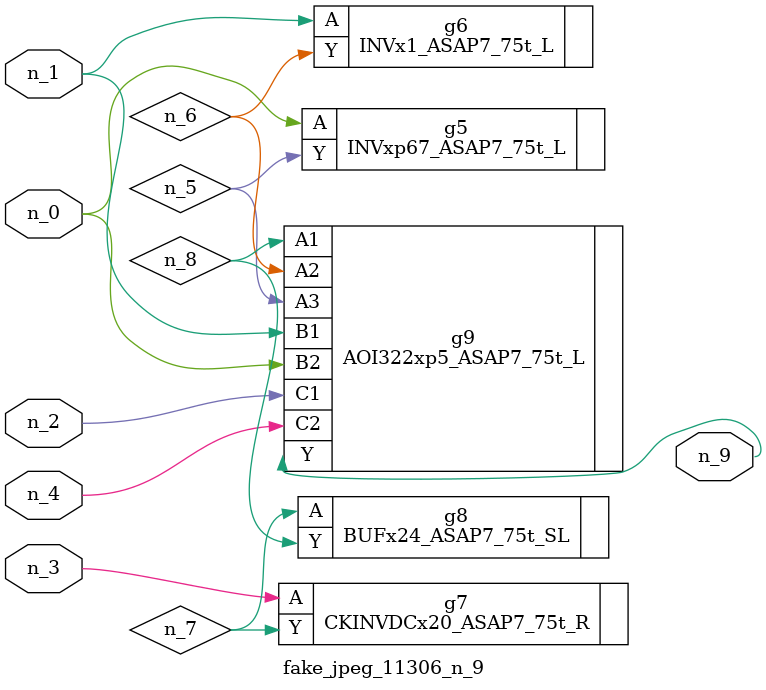
<source format=v>
module fake_jpeg_11306_n_9 (n_3, n_2, n_1, n_0, n_4, n_9);

input n_3;
input n_2;
input n_1;
input n_0;
input n_4;

output n_9;

wire n_8;
wire n_6;
wire n_5;
wire n_7;

INVxp67_ASAP7_75t_L g5 ( 
.A(n_0),
.Y(n_5)
);

INVx1_ASAP7_75t_L g6 ( 
.A(n_1),
.Y(n_6)
);

CKINVDCx20_ASAP7_75t_R g7 ( 
.A(n_3),
.Y(n_7)
);

BUFx24_ASAP7_75t_SL g8 ( 
.A(n_7),
.Y(n_8)
);

AOI322xp5_ASAP7_75t_L g9 ( 
.A1(n_8),
.A2(n_6),
.A3(n_5),
.B1(n_1),
.B2(n_0),
.C1(n_2),
.C2(n_4),
.Y(n_9)
);


endmodule
</source>
